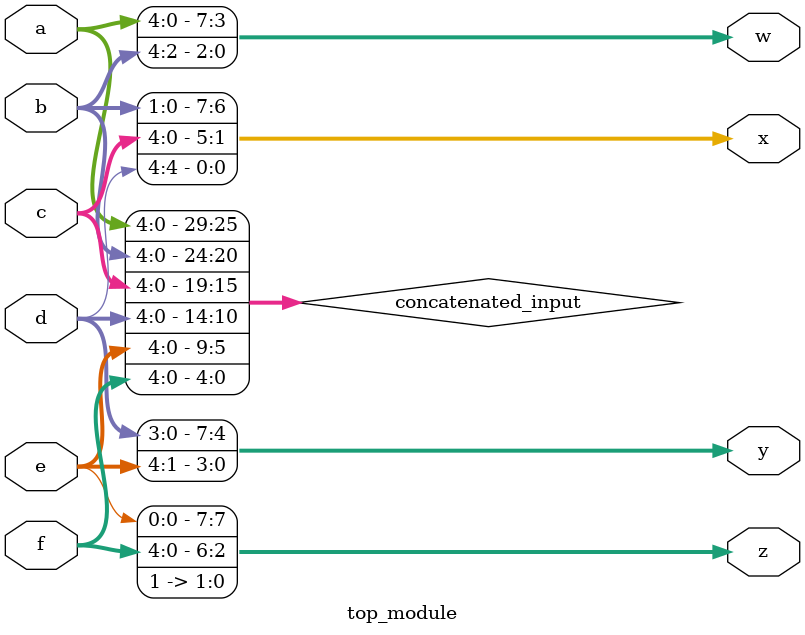
<source format=sv>
module top_module (
	input [4:0] a,
	input [4:0] b,
	input [4:0] c,
	input [4:0] d,
	input [4:0] e,
	input [4:0] f,
	output [7:0] w,
	output [7:0] x,
	output [7:0] y,
	output [7:0] z
);

	// Concatenate the input vectors
	reg [29:0] concatenated_input;
	always @* begin
		concatenated_input = {a, b, c, d, e, f};
	end

	// Split the concatenated input into output vectors
	assign {w, x, y, z} = {concatenated_input, 2'b11};

endmodule

</source>
